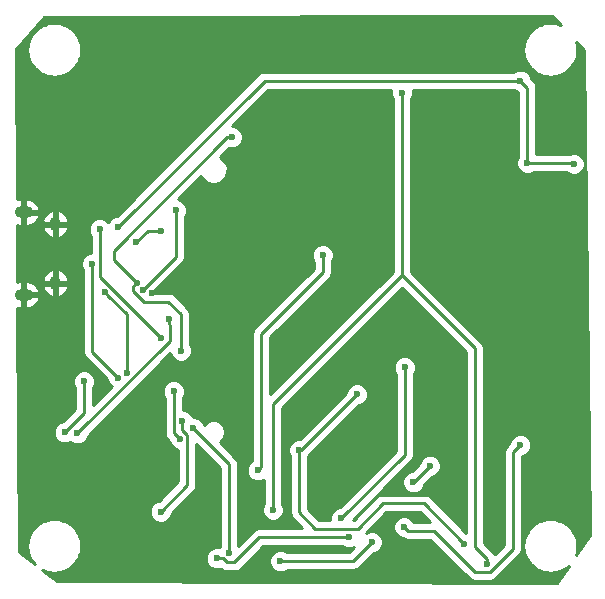
<source format=gbl>
G04 #@! TF.GenerationSoftware,KiCad,Pcbnew,no-vcs-found-7722~57~ubuntu16.04.1*
G04 #@! TF.CreationDate,2017-02-25T15:22:01+01:00*
G04 #@! TF.ProjectId,GhostESP32,47686F737445535033322E6B69636164,rev?*
G04 #@! TF.FileFunction,Copper,L2,Bot,Signal*
G04 #@! TF.FilePolarity,Positive*
%FSLAX46Y46*%
G04 Gerber Fmt 4.6, Leading zero omitted, Abs format (unit mm)*
G04 Created by KiCad (PCBNEW no-vcs-found-7722~57~ubuntu16.04.1) date Sat Feb 25 15:22:01 2017*
%MOMM*%
%LPD*%
G01*
G04 APERTURE LIST*
%ADD10C,0.100000*%
%ADD11O,0.950000X1.250000*%
%ADD12O,1.550000X1.000000*%
%ADD13C,0.600000*%
%ADD14C,0.250000*%
%ADD15C,0.254000*%
G04 APERTURE END LIST*
D10*
D11*
X127308600Y-87365200D03*
X127308600Y-92365200D03*
D12*
X124608600Y-86365200D03*
X124608600Y-93365200D03*
D13*
X137932330Y-98088115D03*
X134178045Y-92318660D03*
X142252700Y-80022700D03*
X137591800Y-92722700D03*
X135445500Y-93218000D03*
X166255700Y-77101700D03*
X170053000Y-75425300D03*
X163817300Y-116116100D03*
X134701662Y-92923510D03*
X145737191Y-111558590D03*
X156654500Y-76263500D03*
X128092200Y-105003600D03*
X129730500Y-100685600D03*
X137477500Y-86207600D03*
X132638800Y-87604600D03*
X166674800Y-75234800D03*
X171220191Y-82277824D03*
X167271700Y-82181700D03*
X130423750Y-90728800D03*
X132626100Y-100368100D03*
X131476761Y-93122739D03*
X133323487Y-99976091D03*
X136906000Y-95415100D03*
X129171700Y-105079800D03*
X151520990Y-112255499D03*
X156870400Y-99504500D03*
X147924520Y-106502200D03*
X161925000Y-114427000D03*
X152831800Y-101791800D03*
X134134248Y-88922248D03*
X136271000Y-87934800D03*
X137850880Y-105565102D03*
X137307320Y-101544120D03*
X136271000Y-97033080D03*
X131048760Y-87817960D03*
X138977464Y-104657670D03*
X146354800Y-115912900D03*
X154101800Y-114300000D03*
X141998700Y-115227100D03*
X166674800Y-106070400D03*
X156819600Y-113030000D03*
X152146000Y-113893600D03*
X140970000Y-115671600D03*
X157610799Y-109228901D03*
X159015345Y-107840179D03*
X149936200Y-89979500D03*
X144437100Y-108216700D03*
X138051254Y-104047065D03*
X136220200Y-111721900D03*
D14*
X134799653Y-93939566D02*
X136850770Y-93939566D01*
X133878046Y-93017959D02*
X134799653Y-93939566D01*
X133878046Y-92618659D02*
X133878046Y-93017959D01*
X134178045Y-92318660D02*
X133878046Y-92618659D01*
X137932330Y-97663851D02*
X137932330Y-98088115D01*
X137932330Y-95021126D02*
X137932330Y-97663851D01*
X136850770Y-93939566D02*
X137932330Y-95021126D01*
X132241084Y-89610052D02*
X132241084Y-90381699D01*
X132241084Y-90381699D02*
X134178045Y-92318660D01*
X141828436Y-80022700D02*
X132241084Y-89610052D01*
X142252700Y-80022700D02*
X141828436Y-80022700D01*
X135445500Y-93218000D02*
X135745499Y-92918001D01*
X135745499Y-92918001D02*
X137863301Y-92918001D01*
X166255700Y-77101700D02*
X166370000Y-77216000D01*
X166370000Y-77216000D02*
X166370000Y-77381100D01*
X162826700Y-114701236D02*
X162826700Y-97878900D01*
X162826700Y-97878900D02*
X156654500Y-91706700D01*
X163817300Y-116116100D02*
X163817300Y-115691836D01*
X163817300Y-115691836D02*
X162826700Y-114701236D01*
X137477500Y-90147672D02*
X134701662Y-92923510D01*
X137477500Y-86207600D02*
X137477500Y-90147672D01*
X156654500Y-76263500D02*
X156654500Y-91706700D01*
X145737191Y-102624009D02*
X145737191Y-111558590D01*
X156654500Y-91706700D02*
X145737191Y-102624009D01*
X129730500Y-100685600D02*
X129730500Y-103365300D01*
X129730500Y-103365300D02*
X128092200Y-105003600D01*
X132638800Y-87604600D02*
X145008600Y-75234800D01*
X145008600Y-75234800D02*
X166674800Y-75234800D01*
X167271700Y-75831700D02*
X166674800Y-75234800D01*
X167271700Y-82181700D02*
X167271700Y-75831700D01*
X171124067Y-82181700D02*
X171220191Y-82277824D01*
X167271700Y-82181700D02*
X171124067Y-82181700D01*
X130423750Y-91153064D02*
X130423750Y-90728800D01*
X132626100Y-100368100D02*
X130423750Y-98165750D01*
X130423750Y-98165750D02*
X130423750Y-91153064D01*
X131776760Y-93422738D02*
X131476761Y-93122739D01*
X133323487Y-94969465D02*
X131776760Y-93422738D01*
X133323487Y-99976091D02*
X133323487Y-94969465D01*
X129171700Y-105079800D02*
X136972202Y-97279298D01*
X136972202Y-97279298D02*
X136972202Y-95905566D01*
X136906000Y-95839364D02*
X136906000Y-95415100D01*
X136972202Y-95905566D02*
X136906000Y-95839364D01*
X156870400Y-106906089D02*
X151520990Y-112255499D01*
X156870400Y-99504500D02*
X156870400Y-106906089D01*
X148121400Y-106502200D02*
X147924520Y-106502200D01*
X147924520Y-111785400D02*
X147924520Y-106926464D01*
X152831800Y-101791800D02*
X148121400Y-106502200D01*
X147924520Y-106926464D02*
X147924520Y-106502200D01*
X152882600Y-113151920D02*
X149291040Y-113151920D01*
X149291040Y-113151920D02*
X147924520Y-111785400D01*
X158526480Y-111028480D02*
X155006040Y-111028480D01*
X161925000Y-114427000D02*
X158526480Y-111028480D01*
X155006040Y-111028480D02*
X152882600Y-113151920D01*
X135121696Y-87934800D02*
X134134248Y-88922248D01*
X136271000Y-87934800D02*
X135121696Y-87934800D01*
X137307320Y-101544120D02*
X137307320Y-105021542D01*
X137307320Y-105021542D02*
X137850880Y-105565102D01*
X131048760Y-91810840D02*
X136271000Y-97033080D01*
X131048760Y-87817960D02*
X131048760Y-91810840D01*
X139277463Y-104957669D02*
X138977464Y-104657670D01*
X141998700Y-115227100D02*
X141998700Y-107678906D01*
X141998700Y-107678906D02*
X139277463Y-104957669D01*
X154101800Y-114300000D02*
X152488900Y-115912900D01*
X152488900Y-115912900D02*
X146354800Y-115912900D01*
X166052500Y-114846100D02*
X166052500Y-106692700D01*
X166052500Y-106692700D02*
X166674800Y-106070400D01*
X164058600Y-116840000D02*
X166052500Y-114846100D01*
X162839400Y-116840000D02*
X164058600Y-116840000D01*
X159329399Y-113329999D02*
X162839400Y-116840000D01*
X156819600Y-113030000D02*
X157119599Y-113329999D01*
X157119599Y-113329999D02*
X159329399Y-113329999D01*
X140970000Y-115671600D02*
X141518198Y-115671600D01*
X141518198Y-115671600D02*
X141848548Y-116001950D01*
X141848548Y-116001950D02*
X142448550Y-116001950D01*
X142448550Y-116001950D02*
X144556900Y-113893600D01*
X144556900Y-113893600D02*
X152146000Y-113893600D01*
X157626623Y-109228901D02*
X157610799Y-109228901D01*
X159015345Y-107840179D02*
X157626623Y-109228901D01*
X144737099Y-96651801D02*
X149936200Y-91452700D01*
X149936200Y-91452700D02*
X149936200Y-89979500D01*
X144437100Y-108216700D02*
X144737099Y-107916701D01*
X144737099Y-107916701D02*
X144737099Y-96651801D01*
X138051254Y-104471329D02*
X138051254Y-104047065D01*
X138475882Y-105265100D02*
X138051254Y-104840472D01*
X138475882Y-109466218D02*
X138475882Y-105265100D01*
X136220200Y-111721900D02*
X138475882Y-109466218D01*
X138051254Y-104840472D02*
X138051254Y-104471329D01*
D15*
G36*
X170075369Y-70507799D02*
X170020315Y-70478387D01*
X169720116Y-70387387D01*
X169653106Y-70380800D01*
X169588673Y-70361241D01*
X169276573Y-70330441D01*
X169209300Y-70337054D01*
X169142027Y-70330441D01*
X168829927Y-70361241D01*
X168765494Y-70380800D01*
X168698484Y-70387387D01*
X168398284Y-70478387D01*
X168338675Y-70510234D01*
X168274001Y-70529863D01*
X167997401Y-70677763D01*
X167945370Y-70720477D01*
X167885990Y-70752195D01*
X167643490Y-70951095D01*
X167600606Y-71003320D01*
X167548372Y-71046190D01*
X167349372Y-71288690D01*
X167317556Y-71348218D01*
X167274742Y-71400401D01*
X167126942Y-71677001D01*
X167107389Y-71741490D01*
X167075617Y-71800915D01*
X166984517Y-72101114D01*
X166977889Y-72168334D01*
X166958290Y-72232973D01*
X166927590Y-72545073D01*
X166934203Y-72612130D01*
X166927590Y-72679187D01*
X166958290Y-72991287D01*
X166977889Y-73055926D01*
X166984517Y-73123146D01*
X167075617Y-73423345D01*
X167107389Y-73482770D01*
X167126942Y-73547259D01*
X167274742Y-73823859D01*
X167317556Y-73876042D01*
X167349372Y-73935570D01*
X167548372Y-74178070D01*
X167600542Y-74220888D01*
X167643360Y-74273058D01*
X167885859Y-74472058D01*
X167945389Y-74503875D01*
X167997571Y-74546688D01*
X168274171Y-74694488D01*
X168338658Y-74714041D01*
X168398084Y-74745813D01*
X168698284Y-74836913D01*
X168765504Y-74843541D01*
X168830143Y-74863140D01*
X169142243Y-74893840D01*
X169209300Y-74887227D01*
X169276357Y-74893840D01*
X169588457Y-74863140D01*
X169653096Y-74843541D01*
X169720316Y-74836913D01*
X170020515Y-74745813D01*
X170079940Y-74714041D01*
X170144429Y-74694488D01*
X170421029Y-74546688D01*
X170473212Y-74503874D01*
X170532740Y-74472058D01*
X170775240Y-74273058D01*
X170818110Y-74220824D01*
X170870335Y-74177940D01*
X171069235Y-73935440D01*
X171100953Y-73876060D01*
X171143667Y-73824029D01*
X171291567Y-73547429D01*
X171311196Y-73482755D01*
X171343043Y-73423146D01*
X171434043Y-73122946D01*
X171440630Y-73055936D01*
X171460189Y-72991503D01*
X171490989Y-72679403D01*
X171484376Y-72612130D01*
X171490989Y-72544857D01*
X171460189Y-72232757D01*
X171440630Y-72168324D01*
X171434043Y-72101314D01*
X171378925Y-71919484D01*
X172047482Y-72643498D01*
X172524300Y-113273460D01*
X172524300Y-113684429D01*
X171339242Y-115430273D01*
X171343034Y-115423176D01*
X171434034Y-115123026D01*
X171440626Y-115055996D01*
X171460190Y-114991543D01*
X171490990Y-114679393D01*
X171484377Y-114612125D01*
X171490989Y-114544863D01*
X171460189Y-114232733D01*
X171440627Y-114168287D01*
X171434036Y-114101260D01*
X171343036Y-113801100D01*
X171311195Y-113741507D01*
X171291572Y-113676850D01*
X171143672Y-113400240D01*
X171100938Y-113348183D01*
X171069200Y-113288777D01*
X170870300Y-113046317D01*
X170818081Y-113003444D01*
X170775215Y-112951221D01*
X170532714Y-112752241D01*
X170473249Y-112720463D01*
X170421131Y-112677687D01*
X170144531Y-112529827D01*
X170079933Y-112510229D01*
X170020396Y-112478411D01*
X169720196Y-112387371D01*
X169653090Y-112380767D01*
X169588565Y-112361191D01*
X169276465Y-112330441D01*
X169209300Y-112337054D01*
X169142135Y-112330441D01*
X168830035Y-112361191D01*
X168765510Y-112380767D01*
X168698404Y-112387371D01*
X168398204Y-112478411D01*
X168338667Y-112510229D01*
X168274069Y-112529827D01*
X167997469Y-112677687D01*
X167945351Y-112720463D01*
X167885886Y-112752241D01*
X167643386Y-112951221D01*
X167600574Y-113003379D01*
X167548407Y-113046187D01*
X167349407Y-113288647D01*
X167317570Y-113348204D01*
X167274738Y-113400410D01*
X167126938Y-113677020D01*
X167107391Y-113741490D01*
X167075625Y-113800900D01*
X166984525Y-114101060D01*
X166977893Y-114168293D01*
X166958289Y-114232950D01*
X166927589Y-114545079D01*
X166934202Y-114612129D01*
X166927589Y-114679176D01*
X166958289Y-114991326D01*
X166977894Y-115055988D01*
X166984527Y-115123226D01*
X167075627Y-115423376D01*
X167107389Y-115482777D01*
X167126933Y-115547241D01*
X167274733Y-115823861D01*
X167317568Y-115876072D01*
X167349407Y-115935633D01*
X167548407Y-116178093D01*
X167600580Y-116220906D01*
X167643399Y-116273070D01*
X167885899Y-116472040D01*
X167945358Y-116503813D01*
X167997469Y-116546583D01*
X168274069Y-116694443D01*
X168338657Y-116714038D01*
X168398184Y-116745853D01*
X168698384Y-116836903D01*
X168765500Y-116843510D01*
X168830035Y-116863089D01*
X169142135Y-116893839D01*
X169209300Y-116887226D01*
X169276465Y-116893839D01*
X169588565Y-116863089D01*
X169653100Y-116843510D01*
X169720216Y-116836903D01*
X170020416Y-116745853D01*
X170079943Y-116714038D01*
X170144531Y-116694443D01*
X170421131Y-116546583D01*
X170473242Y-116503813D01*
X170532701Y-116472040D01*
X170757056Y-116287958D01*
X169744631Y-117779477D01*
X127448443Y-117576800D01*
X126194862Y-116652105D01*
X126274087Y-116694453D01*
X126338651Y-116714039D01*
X126398154Y-116745844D01*
X126698304Y-116836894D01*
X126765437Y-116843506D01*
X126829991Y-116863090D01*
X127142121Y-116893840D01*
X127209280Y-116887227D01*
X127276435Y-116893840D01*
X127588585Y-116863090D01*
X127653135Y-116843508D01*
X127720270Y-116836896D01*
X128020430Y-116745846D01*
X128079941Y-116714037D01*
X128144512Y-116694448D01*
X128421122Y-116546588D01*
X128473259Y-116503798D01*
X128532744Y-116472005D01*
X128775204Y-116273035D01*
X128818014Y-116220874D01*
X128870174Y-116178067D01*
X129069154Y-115935607D01*
X129100955Y-115876112D01*
X129143753Y-115823963D01*
X129291613Y-115547343D01*
X129311202Y-115482769D01*
X129343010Y-115423256D01*
X129434050Y-115123106D01*
X129440659Y-115055980D01*
X129460240Y-114991435D01*
X129490990Y-114679284D01*
X129484377Y-114612130D01*
X129490990Y-114544971D01*
X129460240Y-114232841D01*
X129440660Y-114168301D01*
X129434052Y-114101180D01*
X129343012Y-113801020D01*
X129311200Y-113741499D01*
X129291608Y-113676918D01*
X129143748Y-113400308D01*
X129100952Y-113348164D01*
X129069154Y-113288673D01*
X128870174Y-113046213D01*
X128818019Y-113003411D01*
X128775217Y-112951256D01*
X128532757Y-112752276D01*
X128473266Y-112720478D01*
X128421122Y-112677682D01*
X128144512Y-112529822D01*
X128079931Y-112510230D01*
X128020410Y-112478418D01*
X127720250Y-112387378D01*
X127653130Y-112380770D01*
X127588589Y-112361190D01*
X127276459Y-112330440D01*
X127209300Y-112337053D01*
X127142146Y-112330440D01*
X126829995Y-112361190D01*
X126765450Y-112380771D01*
X126698324Y-112387380D01*
X126398174Y-112478420D01*
X126338661Y-112510228D01*
X126274087Y-112529817D01*
X125997467Y-112677677D01*
X125945318Y-112720475D01*
X125885823Y-112752276D01*
X125643363Y-112951256D01*
X125600556Y-113003416D01*
X125548395Y-113046226D01*
X125349425Y-113288686D01*
X125317632Y-113348171D01*
X125274842Y-113400308D01*
X125126982Y-113676918D01*
X125107393Y-113741489D01*
X125075584Y-113801000D01*
X124984534Y-114101160D01*
X124977923Y-114168291D01*
X124958340Y-114232841D01*
X124927590Y-114544971D01*
X124934203Y-114612130D01*
X124927590Y-114679285D01*
X124958340Y-114991435D01*
X124977924Y-115055990D01*
X124984536Y-115123126D01*
X125075586Y-115423276D01*
X125107391Y-115482779D01*
X125126977Y-115547343D01*
X125274837Y-115823963D01*
X125317630Y-115876105D01*
X125349425Y-115935594D01*
X125542552Y-116170933D01*
X124192976Y-115175429D01*
X124142524Y-105188767D01*
X127157038Y-105188767D01*
X127299083Y-105532543D01*
X127561873Y-105795792D01*
X127905401Y-105938438D01*
X128277367Y-105938762D01*
X128582265Y-105812781D01*
X128641373Y-105871992D01*
X128984901Y-106014638D01*
X129356867Y-106014962D01*
X129700643Y-105872917D01*
X129963892Y-105610127D01*
X130106538Y-105266599D01*
X130106579Y-105219723D01*
X137013498Y-98312804D01*
X137139213Y-98617058D01*
X137402003Y-98880307D01*
X137745531Y-99022953D01*
X138117497Y-99023277D01*
X138461273Y-98881232D01*
X138724522Y-98618442D01*
X138867168Y-98274914D01*
X138867492Y-97902948D01*
X138725447Y-97559172D01*
X138692330Y-97525997D01*
X138692330Y-95021126D01*
X138634478Y-94730287D01*
X138469731Y-94483725D01*
X137388171Y-93402165D01*
X137141609Y-93237418D01*
X136850770Y-93179566D01*
X135607742Y-93179566D01*
X135636500Y-93110309D01*
X135636541Y-93063433D01*
X138014901Y-90685073D01*
X138179648Y-90438511D01*
X138237500Y-90147672D01*
X138237500Y-86770063D01*
X138269692Y-86737927D01*
X138412338Y-86394399D01*
X138412662Y-86022433D01*
X138270617Y-85678657D01*
X138007827Y-85415408D01*
X137664299Y-85272762D01*
X137653186Y-85272752D01*
X139623540Y-83302398D01*
X139684020Y-83448772D01*
X140017075Y-83782409D01*
X140452455Y-83963194D01*
X140923877Y-83963606D01*
X141359572Y-83783580D01*
X141693209Y-83450525D01*
X141873994Y-83015145D01*
X141874406Y-82543723D01*
X141694380Y-82108028D01*
X141361325Y-81774391D01*
X141213097Y-81712841D01*
X141997007Y-80928931D01*
X142065901Y-80957538D01*
X142437867Y-80957862D01*
X142781643Y-80815817D01*
X143044892Y-80553027D01*
X143187538Y-80209499D01*
X143187862Y-79837533D01*
X143045817Y-79493757D01*
X142783027Y-79230508D01*
X142439499Y-79087862D01*
X142230522Y-79087680D01*
X145323402Y-75994800D01*
X155753670Y-75994800D01*
X155719662Y-76076701D01*
X155719338Y-76448667D01*
X155861383Y-76792443D01*
X155894500Y-76825618D01*
X155894500Y-91391898D01*
X145497099Y-101789299D01*
X145497099Y-96966603D01*
X150473601Y-91990101D01*
X150638348Y-91743539D01*
X150696200Y-91452700D01*
X150696200Y-90541963D01*
X150728392Y-90509827D01*
X150871038Y-90166299D01*
X150871362Y-89794333D01*
X150729317Y-89450557D01*
X150466527Y-89187308D01*
X150122999Y-89044662D01*
X149751033Y-89044338D01*
X149407257Y-89186383D01*
X149144008Y-89449173D01*
X149001362Y-89792701D01*
X149001038Y-90164667D01*
X149143083Y-90508443D01*
X149176200Y-90541618D01*
X149176200Y-91137898D01*
X144199698Y-96114400D01*
X144034951Y-96360962D01*
X143977099Y-96651801D01*
X143977099Y-107395097D01*
X143908157Y-107423583D01*
X143644908Y-107686373D01*
X143502262Y-108029901D01*
X143501938Y-108401867D01*
X143643983Y-108745643D01*
X143906773Y-109008892D01*
X144250301Y-109151538D01*
X144622267Y-109151862D01*
X144966043Y-109009817D01*
X144977191Y-108998688D01*
X144977191Y-110996127D01*
X144944999Y-111028263D01*
X144802353Y-111371791D01*
X144802029Y-111743757D01*
X144944074Y-112087533D01*
X145206864Y-112350782D01*
X145550392Y-112493428D01*
X145922358Y-112493752D01*
X146266134Y-112351707D01*
X146529383Y-112088917D01*
X146672029Y-111745389D01*
X146672353Y-111373423D01*
X146530308Y-111029647D01*
X146497191Y-110996472D01*
X146497191Y-102938811D01*
X156654500Y-92781502D01*
X162066700Y-98193702D01*
X162066700Y-113492123D01*
X162064923Y-113492121D01*
X159063881Y-110491079D01*
X158817319Y-110326332D01*
X158526480Y-110268480D01*
X155006040Y-110268480D01*
X154715201Y-110326332D01*
X154468639Y-110491079D01*
X152567798Y-112391920D01*
X152459371Y-112391920D01*
X155437223Y-109414068D01*
X156675637Y-109414068D01*
X156817682Y-109757844D01*
X157080472Y-110021093D01*
X157424000Y-110163739D01*
X157795966Y-110164063D01*
X158139742Y-110022018D01*
X158402991Y-109759228D01*
X158545637Y-109415700D01*
X158545664Y-109384662D01*
X159155025Y-108775301D01*
X159200512Y-108775341D01*
X159544288Y-108633296D01*
X159807537Y-108370506D01*
X159950183Y-108026978D01*
X159950507Y-107655012D01*
X159808462Y-107311236D01*
X159545672Y-107047987D01*
X159202144Y-106905341D01*
X158830178Y-106905017D01*
X158486402Y-107047062D01*
X158223153Y-107309852D01*
X158080507Y-107653380D01*
X158080466Y-107700256D01*
X157486930Y-108293792D01*
X157425632Y-108293739D01*
X157081856Y-108435784D01*
X156818607Y-108698574D01*
X156675961Y-109042102D01*
X156675637Y-109414068D01*
X155437223Y-109414068D01*
X157407801Y-107443490D01*
X157572548Y-107196929D01*
X157630400Y-106906089D01*
X157630400Y-100066963D01*
X157662592Y-100034827D01*
X157805238Y-99691299D01*
X157805562Y-99319333D01*
X157663517Y-98975557D01*
X157400727Y-98712308D01*
X157057199Y-98569662D01*
X156685233Y-98569338D01*
X156341457Y-98711383D01*
X156078208Y-98974173D01*
X155935562Y-99317701D01*
X155935238Y-99689667D01*
X156077283Y-100033443D01*
X156110400Y-100066618D01*
X156110400Y-106591287D01*
X151381310Y-111320377D01*
X151335823Y-111320337D01*
X150992047Y-111462382D01*
X150728798Y-111725172D01*
X150586152Y-112068700D01*
X150585870Y-112391920D01*
X149605842Y-112391920D01*
X148684520Y-111470598D01*
X148684520Y-107064663D01*
X148716712Y-107032527D01*
X148752811Y-106945591D01*
X152971480Y-102726922D01*
X153016967Y-102726962D01*
X153360743Y-102584917D01*
X153623992Y-102322127D01*
X153766638Y-101978599D01*
X153766962Y-101606633D01*
X153624917Y-101262857D01*
X153362127Y-100999608D01*
X153018599Y-100856962D01*
X152646633Y-100856638D01*
X152302857Y-100998683D01*
X152039608Y-101261473D01*
X151896962Y-101605001D01*
X151896921Y-101651877D01*
X147981549Y-105567249D01*
X147739353Y-105567038D01*
X147395577Y-105709083D01*
X147132328Y-105971873D01*
X146989682Y-106315401D01*
X146989358Y-106687367D01*
X147131403Y-107031143D01*
X147164520Y-107064318D01*
X147164520Y-111785400D01*
X147222372Y-112076239D01*
X147387119Y-112322801D01*
X148197918Y-113133600D01*
X144556900Y-113133600D01*
X144266061Y-113191452D01*
X144019499Y-113356199D01*
X142758700Y-114616998D01*
X142758700Y-107678906D01*
X142744643Y-107608237D01*
X142700848Y-107388066D01*
X142536101Y-107141505D01*
X141219607Y-105825011D01*
X141246429Y-105813929D01*
X141523755Y-105537086D01*
X141674028Y-105175188D01*
X141674370Y-104783331D01*
X141524729Y-104421171D01*
X141247886Y-104143845D01*
X140885988Y-103993572D01*
X140494131Y-103993230D01*
X140131971Y-104142871D01*
X139880252Y-104394152D01*
X139770581Y-104128727D01*
X139507791Y-103865478D01*
X139164263Y-103722832D01*
X138928871Y-103722627D01*
X138844371Y-103518122D01*
X138581581Y-103254873D01*
X138238053Y-103112227D01*
X138067320Y-103112078D01*
X138067320Y-102106583D01*
X138099512Y-102074447D01*
X138242158Y-101730919D01*
X138242482Y-101358953D01*
X138100437Y-101015177D01*
X137837647Y-100751928D01*
X137494119Y-100609282D01*
X137122153Y-100608958D01*
X136778377Y-100751003D01*
X136515128Y-101013793D01*
X136372482Y-101357321D01*
X136372158Y-101729287D01*
X136514203Y-102073063D01*
X136547320Y-102106238D01*
X136547320Y-105021542D01*
X136605172Y-105312381D01*
X136769919Y-105558943D01*
X136915758Y-105704782D01*
X136915718Y-105750269D01*
X137057763Y-106094045D01*
X137320553Y-106357294D01*
X137664081Y-106499940D01*
X137715882Y-106499985D01*
X137715882Y-109151416D01*
X136080520Y-110786778D01*
X136035033Y-110786738D01*
X135691257Y-110928783D01*
X135428008Y-111191573D01*
X135285362Y-111535101D01*
X135285038Y-111907067D01*
X135427083Y-112250843D01*
X135689873Y-112514092D01*
X136033401Y-112656738D01*
X136405367Y-112657062D01*
X136749143Y-112515017D01*
X137012392Y-112252227D01*
X137155038Y-111908699D01*
X137155079Y-111861823D01*
X139013283Y-110003619D01*
X139178030Y-109757057D01*
X139235882Y-109466218D01*
X139235882Y-105990890D01*
X141238700Y-107993708D01*
X141238700Y-114664637D01*
X141206508Y-114696773D01*
X141185035Y-114748486D01*
X141156799Y-114736762D01*
X140784833Y-114736438D01*
X140441057Y-114878483D01*
X140177808Y-115141273D01*
X140035162Y-115484801D01*
X140034838Y-115856767D01*
X140176883Y-116200543D01*
X140439673Y-116463792D01*
X140783201Y-116606438D01*
X141155167Y-116606762D01*
X141313886Y-116541181D01*
X141557708Y-116704098D01*
X141567356Y-116706017D01*
X141848548Y-116761950D01*
X142448550Y-116761950D01*
X142739389Y-116704098D01*
X142985951Y-116539351D01*
X144871702Y-114653600D01*
X151583537Y-114653600D01*
X151615673Y-114685792D01*
X151959201Y-114828438D01*
X152331167Y-114828762D01*
X152615874Y-114711124D01*
X152174098Y-115152900D01*
X146917263Y-115152900D01*
X146885127Y-115120708D01*
X146541599Y-114978062D01*
X146169633Y-114977738D01*
X145825857Y-115119783D01*
X145562608Y-115382573D01*
X145419962Y-115726101D01*
X145419638Y-116098067D01*
X145561683Y-116441843D01*
X145824473Y-116705092D01*
X146168001Y-116847738D01*
X146539967Y-116848062D01*
X146883743Y-116706017D01*
X146916918Y-116672900D01*
X152488900Y-116672900D01*
X152779739Y-116615048D01*
X153026301Y-116450301D01*
X154241480Y-115235122D01*
X154286967Y-115235162D01*
X154630743Y-115093117D01*
X154893992Y-114830327D01*
X155036638Y-114486799D01*
X155036962Y-114114833D01*
X154894917Y-113771057D01*
X154632127Y-113507808D01*
X154288599Y-113365162D01*
X153916633Y-113364838D01*
X153623269Y-113486053D01*
X155320842Y-111788480D01*
X158211678Y-111788480D01*
X158993197Y-112569999D01*
X157641203Y-112569999D01*
X157612717Y-112501057D01*
X157349927Y-112237808D01*
X157006399Y-112095162D01*
X156634433Y-112094838D01*
X156290657Y-112236883D01*
X156027408Y-112499673D01*
X155884762Y-112843201D01*
X155884438Y-113215167D01*
X156026483Y-113558943D01*
X156289273Y-113822192D01*
X156632801Y-113964838D01*
X156728149Y-113964921D01*
X156828760Y-114032147D01*
X157119599Y-114089999D01*
X159014597Y-114089999D01*
X162301999Y-117377401D01*
X162548561Y-117542148D01*
X162839400Y-117600000D01*
X164058600Y-117600000D01*
X164349439Y-117542148D01*
X164596001Y-117377401D01*
X166589901Y-115383501D01*
X166754648Y-115136940D01*
X166772586Y-115046760D01*
X166812500Y-114846100D01*
X166812500Y-107007502D01*
X166814480Y-107005522D01*
X166859967Y-107005562D01*
X167203743Y-106863517D01*
X167466992Y-106600727D01*
X167609638Y-106257199D01*
X167609962Y-105885233D01*
X167467917Y-105541457D01*
X167205127Y-105278208D01*
X166861599Y-105135562D01*
X166489633Y-105135238D01*
X166145857Y-105277283D01*
X165882608Y-105540073D01*
X165739962Y-105883601D01*
X165739921Y-105930477D01*
X165515099Y-106155299D01*
X165350352Y-106401861D01*
X165292500Y-106692700D01*
X165292500Y-114531298D01*
X164480737Y-115343061D01*
X164354701Y-115154435D01*
X163586700Y-114386434D01*
X163586700Y-97878900D01*
X163528848Y-97588061D01*
X163364101Y-97341499D01*
X157414500Y-91391898D01*
X157414500Y-76825963D01*
X157446692Y-76793827D01*
X157589338Y-76450299D01*
X157589662Y-76078333D01*
X157555147Y-75994800D01*
X166112337Y-75994800D01*
X166144473Y-76026992D01*
X166488001Y-76169638D01*
X166511700Y-76169659D01*
X166511700Y-81619237D01*
X166479508Y-81651373D01*
X166336862Y-81994901D01*
X166336538Y-82366867D01*
X166478583Y-82710643D01*
X166741373Y-82973892D01*
X167084901Y-83116538D01*
X167456867Y-83116862D01*
X167800643Y-82974817D01*
X167833818Y-82941700D01*
X170561772Y-82941700D01*
X170689864Y-83070016D01*
X171033392Y-83212662D01*
X171405358Y-83212986D01*
X171749134Y-83070941D01*
X172012383Y-82808151D01*
X172155029Y-82464623D01*
X172155353Y-82092657D01*
X172013308Y-81748881D01*
X171750518Y-81485632D01*
X171406990Y-81342986D01*
X171035024Y-81342662D01*
X170843737Y-81421700D01*
X168031700Y-81421700D01*
X168031700Y-75831700D01*
X167973848Y-75540861D01*
X167809101Y-75294299D01*
X167609922Y-75095120D01*
X167609962Y-75049633D01*
X167467917Y-74705857D01*
X167205127Y-74442608D01*
X166861599Y-74299962D01*
X166489633Y-74299638D01*
X166145857Y-74441683D01*
X166112682Y-74474800D01*
X145008600Y-74474800D01*
X144717761Y-74532652D01*
X144471199Y-74697399D01*
X132499120Y-86669478D01*
X132453633Y-86669438D01*
X132109857Y-86811483D01*
X131846608Y-87074273D01*
X131782243Y-87229279D01*
X131579087Y-87025768D01*
X131235559Y-86883122D01*
X130863593Y-86882798D01*
X130519817Y-87024843D01*
X130256568Y-87287633D01*
X130113922Y-87631161D01*
X130113598Y-88003127D01*
X130255643Y-88346903D01*
X130288760Y-88380078D01*
X130288760Y-89793682D01*
X130238583Y-89793638D01*
X129894807Y-89935683D01*
X129631558Y-90198473D01*
X129488912Y-90542001D01*
X129488588Y-90913967D01*
X129630633Y-91257743D01*
X129663750Y-91290918D01*
X129663750Y-98165750D01*
X129721602Y-98456589D01*
X129886349Y-98703151D01*
X131690978Y-100507780D01*
X131690938Y-100553267D01*
X131832983Y-100897043D01*
X132056124Y-101120574D01*
X130490500Y-102686198D01*
X130490500Y-101248063D01*
X130522692Y-101215927D01*
X130665338Y-100872399D01*
X130665662Y-100500433D01*
X130523617Y-100156657D01*
X130260827Y-99893408D01*
X129917299Y-99750762D01*
X129545333Y-99750438D01*
X129201557Y-99892483D01*
X128938308Y-100155273D01*
X128795662Y-100498801D01*
X128795338Y-100870767D01*
X128937383Y-101214543D01*
X128970500Y-101247718D01*
X128970500Y-103050498D01*
X127952520Y-104068478D01*
X127907033Y-104068438D01*
X127563257Y-104210483D01*
X127300008Y-104473273D01*
X127157362Y-104816801D01*
X127157038Y-105188767D01*
X124142524Y-105188767D01*
X124088335Y-94462606D01*
X124206600Y-94500200D01*
X124481600Y-94500200D01*
X124481600Y-93492200D01*
X124735600Y-93492200D01*
X124735600Y-94500200D01*
X125010600Y-94500200D01*
X125435278Y-94365202D01*
X125775968Y-94077963D01*
X125977719Y-93667074D01*
X125851554Y-93492200D01*
X124735600Y-93492200D01*
X124481600Y-93492200D01*
X124461600Y-93492200D01*
X124461600Y-93238200D01*
X124481600Y-93238200D01*
X124481600Y-92230200D01*
X124735600Y-92230200D01*
X124735600Y-93238200D01*
X125851554Y-93238200D01*
X125977719Y-93063326D01*
X125782791Y-92666331D01*
X126207371Y-92666331D01*
X126349032Y-93076249D01*
X126636779Y-93400752D01*
X127010662Y-93584468D01*
X127181600Y-93457934D01*
X127181600Y-92492200D01*
X127435600Y-92492200D01*
X127435600Y-93457934D01*
X127606538Y-93584468D01*
X127980421Y-93400752D01*
X128268168Y-93076249D01*
X128409829Y-92666331D01*
X128261163Y-92492200D01*
X127435600Y-92492200D01*
X127181600Y-92492200D01*
X126356037Y-92492200D01*
X126207371Y-92666331D01*
X125782791Y-92666331D01*
X125775968Y-92652437D01*
X125435278Y-92365198D01*
X125010600Y-92230200D01*
X124735600Y-92230200D01*
X124481600Y-92230200D01*
X124206600Y-92230200D01*
X124077265Y-92271314D01*
X124076218Y-92064069D01*
X126207371Y-92064069D01*
X126356037Y-92238200D01*
X127181600Y-92238200D01*
X127181600Y-91272466D01*
X127435600Y-91272466D01*
X127435600Y-92238200D01*
X128261163Y-92238200D01*
X128409829Y-92064069D01*
X128268168Y-91654151D01*
X127980421Y-91329648D01*
X127606538Y-91145932D01*
X127435600Y-91272466D01*
X127181600Y-91272466D01*
X127010662Y-91145932D01*
X126636779Y-91329648D01*
X126349032Y-91654151D01*
X126207371Y-92064069D01*
X124076218Y-92064069D01*
X124054001Y-87666331D01*
X126207371Y-87666331D01*
X126349032Y-88076249D01*
X126636779Y-88400752D01*
X127010662Y-88584468D01*
X127181600Y-88457934D01*
X127181600Y-87492200D01*
X127435600Y-87492200D01*
X127435600Y-88457934D01*
X127606538Y-88584468D01*
X127980421Y-88400752D01*
X128268168Y-88076249D01*
X128409829Y-87666331D01*
X128261163Y-87492200D01*
X127435600Y-87492200D01*
X127181600Y-87492200D01*
X126356037Y-87492200D01*
X126207371Y-87666331D01*
X124054001Y-87666331D01*
X124052914Y-87451346D01*
X124206600Y-87500200D01*
X124481600Y-87500200D01*
X124481600Y-86492200D01*
X124735600Y-86492200D01*
X124735600Y-87500200D01*
X125010600Y-87500200D01*
X125435278Y-87365202D01*
X125775968Y-87077963D01*
X125782790Y-87064069D01*
X126207371Y-87064069D01*
X126356037Y-87238200D01*
X127181600Y-87238200D01*
X127181600Y-86272466D01*
X127435600Y-86272466D01*
X127435600Y-87238200D01*
X128261163Y-87238200D01*
X128409829Y-87064069D01*
X128268168Y-86654151D01*
X127980421Y-86329648D01*
X127606538Y-86145932D01*
X127435600Y-86272466D01*
X127181600Y-86272466D01*
X127010662Y-86145932D01*
X126636779Y-86329648D01*
X126349032Y-86654151D01*
X126207371Y-87064069D01*
X125782790Y-87064069D01*
X125977719Y-86667074D01*
X125851554Y-86492200D01*
X124735600Y-86492200D01*
X124481600Y-86492200D01*
X124461600Y-86492200D01*
X124461600Y-86238200D01*
X124481600Y-86238200D01*
X124481600Y-85230200D01*
X124735600Y-85230200D01*
X124735600Y-86238200D01*
X125851554Y-86238200D01*
X125977719Y-86063326D01*
X125775968Y-85652437D01*
X125435278Y-85365198D01*
X125010600Y-85230200D01*
X124735600Y-85230200D01*
X124481600Y-85230200D01*
X124206600Y-85230200D01*
X124041957Y-85282537D01*
X123977705Y-72564324D01*
X123994622Y-72544965D01*
X124927591Y-72544965D01*
X124934204Y-72612130D01*
X124927591Y-72679295D01*
X124958341Y-72991395D01*
X124977920Y-73055930D01*
X124984527Y-73123046D01*
X125075577Y-73423246D01*
X125107392Y-73482773D01*
X125126987Y-73547361D01*
X125274847Y-73823961D01*
X125317617Y-73876072D01*
X125349390Y-73935531D01*
X125548360Y-74178031D01*
X125600525Y-74220851D01*
X125643337Y-74273023D01*
X125885797Y-74472022D01*
X125945355Y-74503860D01*
X125997569Y-74546697D01*
X126274190Y-74694498D01*
X126338655Y-74714042D01*
X126398054Y-74745803D01*
X126698204Y-74836904D01*
X126765441Y-74843536D01*
X126830099Y-74863141D01*
X127142229Y-74893840D01*
X127209275Y-74887227D01*
X127276326Y-74893841D01*
X127588476Y-74863141D01*
X127653134Y-74843537D01*
X127720370Y-74836905D01*
X128020530Y-74745805D01*
X128079940Y-74714039D01*
X128144410Y-74694492D01*
X128421020Y-74546692D01*
X128473226Y-74503860D01*
X128532783Y-74472023D01*
X128775243Y-74273023D01*
X128818051Y-74220856D01*
X128870209Y-74178044D01*
X129069189Y-73935544D01*
X129100967Y-73876079D01*
X129143743Y-73823961D01*
X129291603Y-73547361D01*
X129311201Y-73482763D01*
X129343019Y-73423226D01*
X129434059Y-73123026D01*
X129440663Y-73055920D01*
X129460239Y-72991395D01*
X129490989Y-72679295D01*
X129484376Y-72612130D01*
X129490989Y-72544965D01*
X129460239Y-72232865D01*
X129440663Y-72168340D01*
X129434059Y-72101234D01*
X129343019Y-71801034D01*
X129311201Y-71741497D01*
X129291603Y-71676899D01*
X129143743Y-71400299D01*
X129100967Y-71348181D01*
X129069189Y-71288716D01*
X128870209Y-71046216D01*
X128817988Y-71003352D01*
X128775113Y-70951130D01*
X128532653Y-70752230D01*
X128473247Y-70720492D01*
X128421190Y-70677758D01*
X128144580Y-70529858D01*
X128079923Y-70510235D01*
X128020330Y-70478394D01*
X127720170Y-70387394D01*
X127653143Y-70380803D01*
X127588697Y-70361241D01*
X127276567Y-70330441D01*
X127209305Y-70337053D01*
X127142037Y-70330440D01*
X126829887Y-70361240D01*
X126765434Y-70380804D01*
X126698404Y-70387396D01*
X126398254Y-70478396D01*
X126338669Y-70510233D01*
X126274020Y-70529853D01*
X125997399Y-70677753D01*
X125945337Y-70720490D01*
X125885927Y-70752230D01*
X125643467Y-70951130D01*
X125600588Y-71003357D01*
X125548360Y-71046229D01*
X125349390Y-71288729D01*
X125317617Y-71348188D01*
X125274847Y-71400299D01*
X125126987Y-71676899D01*
X125107392Y-71741487D01*
X125075577Y-71801014D01*
X124984527Y-72101214D01*
X124977920Y-72168330D01*
X124958341Y-72232865D01*
X124927591Y-72544965D01*
X123994622Y-72544965D01*
X126371981Y-69824481D01*
X169362515Y-69735815D01*
X170075369Y-70507799D01*
X170075369Y-70507799D01*
G37*
X170075369Y-70507799D02*
X170020315Y-70478387D01*
X169720116Y-70387387D01*
X169653106Y-70380800D01*
X169588673Y-70361241D01*
X169276573Y-70330441D01*
X169209300Y-70337054D01*
X169142027Y-70330441D01*
X168829927Y-70361241D01*
X168765494Y-70380800D01*
X168698484Y-70387387D01*
X168398284Y-70478387D01*
X168338675Y-70510234D01*
X168274001Y-70529863D01*
X167997401Y-70677763D01*
X167945370Y-70720477D01*
X167885990Y-70752195D01*
X167643490Y-70951095D01*
X167600606Y-71003320D01*
X167548372Y-71046190D01*
X167349372Y-71288690D01*
X167317556Y-71348218D01*
X167274742Y-71400401D01*
X167126942Y-71677001D01*
X167107389Y-71741490D01*
X167075617Y-71800915D01*
X166984517Y-72101114D01*
X166977889Y-72168334D01*
X166958290Y-72232973D01*
X166927590Y-72545073D01*
X166934203Y-72612130D01*
X166927590Y-72679187D01*
X166958290Y-72991287D01*
X166977889Y-73055926D01*
X166984517Y-73123146D01*
X167075617Y-73423345D01*
X167107389Y-73482770D01*
X167126942Y-73547259D01*
X167274742Y-73823859D01*
X167317556Y-73876042D01*
X167349372Y-73935570D01*
X167548372Y-74178070D01*
X167600542Y-74220888D01*
X167643360Y-74273058D01*
X167885859Y-74472058D01*
X167945389Y-74503875D01*
X167997571Y-74546688D01*
X168274171Y-74694488D01*
X168338658Y-74714041D01*
X168398084Y-74745813D01*
X168698284Y-74836913D01*
X168765504Y-74843541D01*
X168830143Y-74863140D01*
X169142243Y-74893840D01*
X169209300Y-74887227D01*
X169276357Y-74893840D01*
X169588457Y-74863140D01*
X169653096Y-74843541D01*
X169720316Y-74836913D01*
X170020515Y-74745813D01*
X170079940Y-74714041D01*
X170144429Y-74694488D01*
X170421029Y-74546688D01*
X170473212Y-74503874D01*
X170532740Y-74472058D01*
X170775240Y-74273058D01*
X170818110Y-74220824D01*
X170870335Y-74177940D01*
X171069235Y-73935440D01*
X171100953Y-73876060D01*
X171143667Y-73824029D01*
X171291567Y-73547429D01*
X171311196Y-73482755D01*
X171343043Y-73423146D01*
X171434043Y-73122946D01*
X171440630Y-73055936D01*
X171460189Y-72991503D01*
X171490989Y-72679403D01*
X171484376Y-72612130D01*
X171490989Y-72544857D01*
X171460189Y-72232757D01*
X171440630Y-72168324D01*
X171434043Y-72101314D01*
X171378925Y-71919484D01*
X172047482Y-72643498D01*
X172524300Y-113273460D01*
X172524300Y-113684429D01*
X171339242Y-115430273D01*
X171343034Y-115423176D01*
X171434034Y-115123026D01*
X171440626Y-115055996D01*
X171460190Y-114991543D01*
X171490990Y-114679393D01*
X171484377Y-114612125D01*
X171490989Y-114544863D01*
X171460189Y-114232733D01*
X171440627Y-114168287D01*
X171434036Y-114101260D01*
X171343036Y-113801100D01*
X171311195Y-113741507D01*
X171291572Y-113676850D01*
X171143672Y-113400240D01*
X171100938Y-113348183D01*
X171069200Y-113288777D01*
X170870300Y-113046317D01*
X170818081Y-113003444D01*
X170775215Y-112951221D01*
X170532714Y-112752241D01*
X170473249Y-112720463D01*
X170421131Y-112677687D01*
X170144531Y-112529827D01*
X170079933Y-112510229D01*
X170020396Y-112478411D01*
X169720196Y-112387371D01*
X169653090Y-112380767D01*
X169588565Y-112361191D01*
X169276465Y-112330441D01*
X169209300Y-112337054D01*
X169142135Y-112330441D01*
X168830035Y-112361191D01*
X168765510Y-112380767D01*
X168698404Y-112387371D01*
X168398204Y-112478411D01*
X168338667Y-112510229D01*
X168274069Y-112529827D01*
X167997469Y-112677687D01*
X167945351Y-112720463D01*
X167885886Y-112752241D01*
X167643386Y-112951221D01*
X167600574Y-113003379D01*
X167548407Y-113046187D01*
X167349407Y-113288647D01*
X167317570Y-113348204D01*
X167274738Y-113400410D01*
X167126938Y-113677020D01*
X167107391Y-113741490D01*
X167075625Y-113800900D01*
X166984525Y-114101060D01*
X166977893Y-114168293D01*
X166958289Y-114232950D01*
X166927589Y-114545079D01*
X166934202Y-114612129D01*
X166927589Y-114679176D01*
X166958289Y-114991326D01*
X166977894Y-115055988D01*
X166984527Y-115123226D01*
X167075627Y-115423376D01*
X167107389Y-115482777D01*
X167126933Y-115547241D01*
X167274733Y-115823861D01*
X167317568Y-115876072D01*
X167349407Y-115935633D01*
X167548407Y-116178093D01*
X167600580Y-116220906D01*
X167643399Y-116273070D01*
X167885899Y-116472040D01*
X167945358Y-116503813D01*
X167997469Y-116546583D01*
X168274069Y-116694443D01*
X168338657Y-116714038D01*
X168398184Y-116745853D01*
X168698384Y-116836903D01*
X168765500Y-116843510D01*
X168830035Y-116863089D01*
X169142135Y-116893839D01*
X169209300Y-116887226D01*
X169276465Y-116893839D01*
X169588565Y-116863089D01*
X169653100Y-116843510D01*
X169720216Y-116836903D01*
X170020416Y-116745853D01*
X170079943Y-116714038D01*
X170144531Y-116694443D01*
X170421131Y-116546583D01*
X170473242Y-116503813D01*
X170532701Y-116472040D01*
X170757056Y-116287958D01*
X169744631Y-117779477D01*
X127448443Y-117576800D01*
X126194862Y-116652105D01*
X126274087Y-116694453D01*
X126338651Y-116714039D01*
X126398154Y-116745844D01*
X126698304Y-116836894D01*
X126765437Y-116843506D01*
X126829991Y-116863090D01*
X127142121Y-116893840D01*
X127209280Y-116887227D01*
X127276435Y-116893840D01*
X127588585Y-116863090D01*
X127653135Y-116843508D01*
X127720270Y-116836896D01*
X128020430Y-116745846D01*
X128079941Y-116714037D01*
X128144512Y-116694448D01*
X128421122Y-116546588D01*
X128473259Y-116503798D01*
X128532744Y-116472005D01*
X128775204Y-116273035D01*
X128818014Y-116220874D01*
X128870174Y-116178067D01*
X129069154Y-115935607D01*
X129100955Y-115876112D01*
X129143753Y-115823963D01*
X129291613Y-115547343D01*
X129311202Y-115482769D01*
X129343010Y-115423256D01*
X129434050Y-115123106D01*
X129440659Y-115055980D01*
X129460240Y-114991435D01*
X129490990Y-114679284D01*
X129484377Y-114612130D01*
X129490990Y-114544971D01*
X129460240Y-114232841D01*
X129440660Y-114168301D01*
X129434052Y-114101180D01*
X129343012Y-113801020D01*
X129311200Y-113741499D01*
X129291608Y-113676918D01*
X129143748Y-113400308D01*
X129100952Y-113348164D01*
X129069154Y-113288673D01*
X128870174Y-113046213D01*
X128818019Y-113003411D01*
X128775217Y-112951256D01*
X128532757Y-112752276D01*
X128473266Y-112720478D01*
X128421122Y-112677682D01*
X128144512Y-112529822D01*
X128079931Y-112510230D01*
X128020410Y-112478418D01*
X127720250Y-112387378D01*
X127653130Y-112380770D01*
X127588589Y-112361190D01*
X127276459Y-112330440D01*
X127209300Y-112337053D01*
X127142146Y-112330440D01*
X126829995Y-112361190D01*
X126765450Y-112380771D01*
X126698324Y-112387380D01*
X126398174Y-112478420D01*
X126338661Y-112510228D01*
X126274087Y-112529817D01*
X125997467Y-112677677D01*
X125945318Y-112720475D01*
X125885823Y-112752276D01*
X125643363Y-112951256D01*
X125600556Y-113003416D01*
X125548395Y-113046226D01*
X125349425Y-113288686D01*
X125317632Y-113348171D01*
X125274842Y-113400308D01*
X125126982Y-113676918D01*
X125107393Y-113741489D01*
X125075584Y-113801000D01*
X124984534Y-114101160D01*
X124977923Y-114168291D01*
X124958340Y-114232841D01*
X124927590Y-114544971D01*
X124934203Y-114612130D01*
X124927590Y-114679285D01*
X124958340Y-114991435D01*
X124977924Y-115055990D01*
X124984536Y-115123126D01*
X125075586Y-115423276D01*
X125107391Y-115482779D01*
X125126977Y-115547343D01*
X125274837Y-115823963D01*
X125317630Y-115876105D01*
X125349425Y-115935594D01*
X125542552Y-116170933D01*
X124192976Y-115175429D01*
X124142524Y-105188767D01*
X127157038Y-105188767D01*
X127299083Y-105532543D01*
X127561873Y-105795792D01*
X127905401Y-105938438D01*
X128277367Y-105938762D01*
X128582265Y-105812781D01*
X128641373Y-105871992D01*
X128984901Y-106014638D01*
X129356867Y-106014962D01*
X129700643Y-105872917D01*
X129963892Y-105610127D01*
X130106538Y-105266599D01*
X130106579Y-105219723D01*
X137013498Y-98312804D01*
X137139213Y-98617058D01*
X137402003Y-98880307D01*
X137745531Y-99022953D01*
X138117497Y-99023277D01*
X138461273Y-98881232D01*
X138724522Y-98618442D01*
X138867168Y-98274914D01*
X138867492Y-97902948D01*
X138725447Y-97559172D01*
X138692330Y-97525997D01*
X138692330Y-95021126D01*
X138634478Y-94730287D01*
X138469731Y-94483725D01*
X137388171Y-93402165D01*
X137141609Y-93237418D01*
X136850770Y-93179566D01*
X135607742Y-93179566D01*
X135636500Y-93110309D01*
X135636541Y-93063433D01*
X138014901Y-90685073D01*
X138179648Y-90438511D01*
X138237500Y-90147672D01*
X138237500Y-86770063D01*
X138269692Y-86737927D01*
X138412338Y-86394399D01*
X138412662Y-86022433D01*
X138270617Y-85678657D01*
X138007827Y-85415408D01*
X137664299Y-85272762D01*
X137653186Y-85272752D01*
X139623540Y-83302398D01*
X139684020Y-83448772D01*
X140017075Y-83782409D01*
X140452455Y-83963194D01*
X140923877Y-83963606D01*
X141359572Y-83783580D01*
X141693209Y-83450525D01*
X141873994Y-83015145D01*
X141874406Y-82543723D01*
X141694380Y-82108028D01*
X141361325Y-81774391D01*
X141213097Y-81712841D01*
X141997007Y-80928931D01*
X142065901Y-80957538D01*
X142437867Y-80957862D01*
X142781643Y-80815817D01*
X143044892Y-80553027D01*
X143187538Y-80209499D01*
X143187862Y-79837533D01*
X143045817Y-79493757D01*
X142783027Y-79230508D01*
X142439499Y-79087862D01*
X142230522Y-79087680D01*
X145323402Y-75994800D01*
X155753670Y-75994800D01*
X155719662Y-76076701D01*
X155719338Y-76448667D01*
X155861383Y-76792443D01*
X155894500Y-76825618D01*
X155894500Y-91391898D01*
X145497099Y-101789299D01*
X145497099Y-96966603D01*
X150473601Y-91990101D01*
X150638348Y-91743539D01*
X150696200Y-91452700D01*
X150696200Y-90541963D01*
X150728392Y-90509827D01*
X150871038Y-90166299D01*
X150871362Y-89794333D01*
X150729317Y-89450557D01*
X150466527Y-89187308D01*
X150122999Y-89044662D01*
X149751033Y-89044338D01*
X149407257Y-89186383D01*
X149144008Y-89449173D01*
X149001362Y-89792701D01*
X149001038Y-90164667D01*
X149143083Y-90508443D01*
X149176200Y-90541618D01*
X149176200Y-91137898D01*
X144199698Y-96114400D01*
X144034951Y-96360962D01*
X143977099Y-96651801D01*
X143977099Y-107395097D01*
X143908157Y-107423583D01*
X143644908Y-107686373D01*
X143502262Y-108029901D01*
X143501938Y-108401867D01*
X143643983Y-108745643D01*
X143906773Y-109008892D01*
X144250301Y-109151538D01*
X144622267Y-109151862D01*
X144966043Y-109009817D01*
X144977191Y-108998688D01*
X144977191Y-110996127D01*
X144944999Y-111028263D01*
X144802353Y-111371791D01*
X144802029Y-111743757D01*
X144944074Y-112087533D01*
X145206864Y-112350782D01*
X145550392Y-112493428D01*
X145922358Y-112493752D01*
X146266134Y-112351707D01*
X146529383Y-112088917D01*
X146672029Y-111745389D01*
X146672353Y-111373423D01*
X146530308Y-111029647D01*
X146497191Y-110996472D01*
X146497191Y-102938811D01*
X156654500Y-92781502D01*
X162066700Y-98193702D01*
X162066700Y-113492123D01*
X162064923Y-113492121D01*
X159063881Y-110491079D01*
X158817319Y-110326332D01*
X158526480Y-110268480D01*
X155006040Y-110268480D01*
X154715201Y-110326332D01*
X154468639Y-110491079D01*
X152567798Y-112391920D01*
X152459371Y-112391920D01*
X155437223Y-109414068D01*
X156675637Y-109414068D01*
X156817682Y-109757844D01*
X157080472Y-110021093D01*
X157424000Y-110163739D01*
X157795966Y-110164063D01*
X158139742Y-110022018D01*
X158402991Y-109759228D01*
X158545637Y-109415700D01*
X158545664Y-109384662D01*
X159155025Y-108775301D01*
X159200512Y-108775341D01*
X159544288Y-108633296D01*
X159807537Y-108370506D01*
X159950183Y-108026978D01*
X159950507Y-107655012D01*
X159808462Y-107311236D01*
X159545672Y-107047987D01*
X159202144Y-106905341D01*
X158830178Y-106905017D01*
X158486402Y-107047062D01*
X158223153Y-107309852D01*
X158080507Y-107653380D01*
X158080466Y-107700256D01*
X157486930Y-108293792D01*
X157425632Y-108293739D01*
X157081856Y-108435784D01*
X156818607Y-108698574D01*
X156675961Y-109042102D01*
X156675637Y-109414068D01*
X155437223Y-109414068D01*
X157407801Y-107443490D01*
X157572548Y-107196929D01*
X157630400Y-106906089D01*
X157630400Y-100066963D01*
X157662592Y-100034827D01*
X157805238Y-99691299D01*
X157805562Y-99319333D01*
X157663517Y-98975557D01*
X157400727Y-98712308D01*
X157057199Y-98569662D01*
X156685233Y-98569338D01*
X156341457Y-98711383D01*
X156078208Y-98974173D01*
X155935562Y-99317701D01*
X155935238Y-99689667D01*
X156077283Y-100033443D01*
X156110400Y-100066618D01*
X156110400Y-106591287D01*
X151381310Y-111320377D01*
X151335823Y-111320337D01*
X150992047Y-111462382D01*
X150728798Y-111725172D01*
X150586152Y-112068700D01*
X150585870Y-112391920D01*
X149605842Y-112391920D01*
X148684520Y-111470598D01*
X148684520Y-107064663D01*
X148716712Y-107032527D01*
X148752811Y-106945591D01*
X152971480Y-102726922D01*
X153016967Y-102726962D01*
X153360743Y-102584917D01*
X153623992Y-102322127D01*
X153766638Y-101978599D01*
X153766962Y-101606633D01*
X153624917Y-101262857D01*
X153362127Y-100999608D01*
X153018599Y-100856962D01*
X152646633Y-100856638D01*
X152302857Y-100998683D01*
X152039608Y-101261473D01*
X151896962Y-101605001D01*
X151896921Y-101651877D01*
X147981549Y-105567249D01*
X147739353Y-105567038D01*
X147395577Y-105709083D01*
X147132328Y-105971873D01*
X146989682Y-106315401D01*
X146989358Y-106687367D01*
X147131403Y-107031143D01*
X147164520Y-107064318D01*
X147164520Y-111785400D01*
X147222372Y-112076239D01*
X147387119Y-112322801D01*
X148197918Y-113133600D01*
X144556900Y-113133600D01*
X144266061Y-113191452D01*
X144019499Y-113356199D01*
X142758700Y-114616998D01*
X142758700Y-107678906D01*
X142744643Y-107608237D01*
X142700848Y-107388066D01*
X142536101Y-107141505D01*
X141219607Y-105825011D01*
X141246429Y-105813929D01*
X141523755Y-105537086D01*
X141674028Y-105175188D01*
X141674370Y-104783331D01*
X141524729Y-104421171D01*
X141247886Y-104143845D01*
X140885988Y-103993572D01*
X140494131Y-103993230D01*
X140131971Y-104142871D01*
X139880252Y-104394152D01*
X139770581Y-104128727D01*
X139507791Y-103865478D01*
X139164263Y-103722832D01*
X138928871Y-103722627D01*
X138844371Y-103518122D01*
X138581581Y-103254873D01*
X138238053Y-103112227D01*
X138067320Y-103112078D01*
X138067320Y-102106583D01*
X138099512Y-102074447D01*
X138242158Y-101730919D01*
X138242482Y-101358953D01*
X138100437Y-101015177D01*
X137837647Y-100751928D01*
X137494119Y-100609282D01*
X137122153Y-100608958D01*
X136778377Y-100751003D01*
X136515128Y-101013793D01*
X136372482Y-101357321D01*
X136372158Y-101729287D01*
X136514203Y-102073063D01*
X136547320Y-102106238D01*
X136547320Y-105021542D01*
X136605172Y-105312381D01*
X136769919Y-105558943D01*
X136915758Y-105704782D01*
X136915718Y-105750269D01*
X137057763Y-106094045D01*
X137320553Y-106357294D01*
X137664081Y-106499940D01*
X137715882Y-106499985D01*
X137715882Y-109151416D01*
X136080520Y-110786778D01*
X136035033Y-110786738D01*
X135691257Y-110928783D01*
X135428008Y-111191573D01*
X135285362Y-111535101D01*
X135285038Y-111907067D01*
X135427083Y-112250843D01*
X135689873Y-112514092D01*
X136033401Y-112656738D01*
X136405367Y-112657062D01*
X136749143Y-112515017D01*
X137012392Y-112252227D01*
X137155038Y-111908699D01*
X137155079Y-111861823D01*
X139013283Y-110003619D01*
X139178030Y-109757057D01*
X139235882Y-109466218D01*
X139235882Y-105990890D01*
X141238700Y-107993708D01*
X141238700Y-114664637D01*
X141206508Y-114696773D01*
X141185035Y-114748486D01*
X141156799Y-114736762D01*
X140784833Y-114736438D01*
X140441057Y-114878483D01*
X140177808Y-115141273D01*
X140035162Y-115484801D01*
X140034838Y-115856767D01*
X140176883Y-116200543D01*
X140439673Y-116463792D01*
X140783201Y-116606438D01*
X141155167Y-116606762D01*
X141313886Y-116541181D01*
X141557708Y-116704098D01*
X141567356Y-116706017D01*
X141848548Y-116761950D01*
X142448550Y-116761950D01*
X142739389Y-116704098D01*
X142985951Y-116539351D01*
X144871702Y-114653600D01*
X151583537Y-114653600D01*
X151615673Y-114685792D01*
X151959201Y-114828438D01*
X152331167Y-114828762D01*
X152615874Y-114711124D01*
X152174098Y-115152900D01*
X146917263Y-115152900D01*
X146885127Y-115120708D01*
X146541599Y-114978062D01*
X146169633Y-114977738D01*
X145825857Y-115119783D01*
X145562608Y-115382573D01*
X145419962Y-115726101D01*
X145419638Y-116098067D01*
X145561683Y-116441843D01*
X145824473Y-116705092D01*
X146168001Y-116847738D01*
X146539967Y-116848062D01*
X146883743Y-116706017D01*
X146916918Y-116672900D01*
X152488900Y-116672900D01*
X152779739Y-116615048D01*
X153026301Y-116450301D01*
X154241480Y-115235122D01*
X154286967Y-115235162D01*
X154630743Y-115093117D01*
X154893992Y-114830327D01*
X155036638Y-114486799D01*
X155036962Y-114114833D01*
X154894917Y-113771057D01*
X154632127Y-113507808D01*
X154288599Y-113365162D01*
X153916633Y-113364838D01*
X153623269Y-113486053D01*
X155320842Y-111788480D01*
X158211678Y-111788480D01*
X158993197Y-112569999D01*
X157641203Y-112569999D01*
X157612717Y-112501057D01*
X157349927Y-112237808D01*
X157006399Y-112095162D01*
X156634433Y-112094838D01*
X156290657Y-112236883D01*
X156027408Y-112499673D01*
X155884762Y-112843201D01*
X155884438Y-113215167D01*
X156026483Y-113558943D01*
X156289273Y-113822192D01*
X156632801Y-113964838D01*
X156728149Y-113964921D01*
X156828760Y-114032147D01*
X157119599Y-114089999D01*
X159014597Y-114089999D01*
X162301999Y-117377401D01*
X162548561Y-117542148D01*
X162839400Y-117600000D01*
X164058600Y-117600000D01*
X164349439Y-117542148D01*
X164596001Y-117377401D01*
X166589901Y-115383501D01*
X166754648Y-115136940D01*
X166772586Y-115046760D01*
X166812500Y-114846100D01*
X166812500Y-107007502D01*
X166814480Y-107005522D01*
X166859967Y-107005562D01*
X167203743Y-106863517D01*
X167466992Y-106600727D01*
X167609638Y-106257199D01*
X167609962Y-105885233D01*
X167467917Y-105541457D01*
X167205127Y-105278208D01*
X166861599Y-105135562D01*
X166489633Y-105135238D01*
X166145857Y-105277283D01*
X165882608Y-105540073D01*
X165739962Y-105883601D01*
X165739921Y-105930477D01*
X165515099Y-106155299D01*
X165350352Y-106401861D01*
X165292500Y-106692700D01*
X165292500Y-114531298D01*
X164480737Y-115343061D01*
X164354701Y-115154435D01*
X163586700Y-114386434D01*
X163586700Y-97878900D01*
X163528848Y-97588061D01*
X163364101Y-97341499D01*
X157414500Y-91391898D01*
X157414500Y-76825963D01*
X157446692Y-76793827D01*
X157589338Y-76450299D01*
X157589662Y-76078333D01*
X157555147Y-75994800D01*
X166112337Y-75994800D01*
X166144473Y-76026992D01*
X166488001Y-76169638D01*
X166511700Y-76169659D01*
X166511700Y-81619237D01*
X166479508Y-81651373D01*
X166336862Y-81994901D01*
X166336538Y-82366867D01*
X166478583Y-82710643D01*
X166741373Y-82973892D01*
X167084901Y-83116538D01*
X167456867Y-83116862D01*
X167800643Y-82974817D01*
X167833818Y-82941700D01*
X170561772Y-82941700D01*
X170689864Y-83070016D01*
X171033392Y-83212662D01*
X171405358Y-83212986D01*
X171749134Y-83070941D01*
X172012383Y-82808151D01*
X172155029Y-82464623D01*
X172155353Y-82092657D01*
X172013308Y-81748881D01*
X171750518Y-81485632D01*
X171406990Y-81342986D01*
X171035024Y-81342662D01*
X170843737Y-81421700D01*
X168031700Y-81421700D01*
X168031700Y-75831700D01*
X167973848Y-75540861D01*
X167809101Y-75294299D01*
X167609922Y-75095120D01*
X167609962Y-75049633D01*
X167467917Y-74705857D01*
X167205127Y-74442608D01*
X166861599Y-74299962D01*
X166489633Y-74299638D01*
X166145857Y-74441683D01*
X166112682Y-74474800D01*
X145008600Y-74474800D01*
X144717761Y-74532652D01*
X144471199Y-74697399D01*
X132499120Y-86669478D01*
X132453633Y-86669438D01*
X132109857Y-86811483D01*
X131846608Y-87074273D01*
X131782243Y-87229279D01*
X131579087Y-87025768D01*
X131235559Y-86883122D01*
X130863593Y-86882798D01*
X130519817Y-87024843D01*
X130256568Y-87287633D01*
X130113922Y-87631161D01*
X130113598Y-88003127D01*
X130255643Y-88346903D01*
X130288760Y-88380078D01*
X130288760Y-89793682D01*
X130238583Y-89793638D01*
X129894807Y-89935683D01*
X129631558Y-90198473D01*
X129488912Y-90542001D01*
X129488588Y-90913967D01*
X129630633Y-91257743D01*
X129663750Y-91290918D01*
X129663750Y-98165750D01*
X129721602Y-98456589D01*
X129886349Y-98703151D01*
X131690978Y-100507780D01*
X131690938Y-100553267D01*
X131832983Y-100897043D01*
X132056124Y-101120574D01*
X130490500Y-102686198D01*
X130490500Y-101248063D01*
X130522692Y-101215927D01*
X130665338Y-100872399D01*
X130665662Y-100500433D01*
X130523617Y-100156657D01*
X130260827Y-99893408D01*
X129917299Y-99750762D01*
X129545333Y-99750438D01*
X129201557Y-99892483D01*
X128938308Y-100155273D01*
X128795662Y-100498801D01*
X128795338Y-100870767D01*
X128937383Y-101214543D01*
X128970500Y-101247718D01*
X128970500Y-103050498D01*
X127952520Y-104068478D01*
X127907033Y-104068438D01*
X127563257Y-104210483D01*
X127300008Y-104473273D01*
X127157362Y-104816801D01*
X127157038Y-105188767D01*
X124142524Y-105188767D01*
X124088335Y-94462606D01*
X124206600Y-94500200D01*
X124481600Y-94500200D01*
X124481600Y-93492200D01*
X124735600Y-93492200D01*
X124735600Y-94500200D01*
X125010600Y-94500200D01*
X125435278Y-94365202D01*
X125775968Y-94077963D01*
X125977719Y-93667074D01*
X125851554Y-93492200D01*
X124735600Y-93492200D01*
X124481600Y-93492200D01*
X124461600Y-93492200D01*
X124461600Y-93238200D01*
X124481600Y-93238200D01*
X124481600Y-92230200D01*
X124735600Y-92230200D01*
X124735600Y-93238200D01*
X125851554Y-93238200D01*
X125977719Y-93063326D01*
X125782791Y-92666331D01*
X126207371Y-92666331D01*
X126349032Y-93076249D01*
X126636779Y-93400752D01*
X127010662Y-93584468D01*
X127181600Y-93457934D01*
X127181600Y-92492200D01*
X127435600Y-92492200D01*
X127435600Y-93457934D01*
X127606538Y-93584468D01*
X127980421Y-93400752D01*
X128268168Y-93076249D01*
X128409829Y-92666331D01*
X128261163Y-92492200D01*
X127435600Y-92492200D01*
X127181600Y-92492200D01*
X126356037Y-92492200D01*
X126207371Y-92666331D01*
X125782791Y-92666331D01*
X125775968Y-92652437D01*
X125435278Y-92365198D01*
X125010600Y-92230200D01*
X124735600Y-92230200D01*
X124481600Y-92230200D01*
X124206600Y-92230200D01*
X124077265Y-92271314D01*
X124076218Y-92064069D01*
X126207371Y-92064069D01*
X126356037Y-92238200D01*
X127181600Y-92238200D01*
X127181600Y-91272466D01*
X127435600Y-91272466D01*
X127435600Y-92238200D01*
X128261163Y-92238200D01*
X128409829Y-92064069D01*
X128268168Y-91654151D01*
X127980421Y-91329648D01*
X127606538Y-91145932D01*
X127435600Y-91272466D01*
X127181600Y-91272466D01*
X127010662Y-91145932D01*
X126636779Y-91329648D01*
X126349032Y-91654151D01*
X126207371Y-92064069D01*
X124076218Y-92064069D01*
X124054001Y-87666331D01*
X126207371Y-87666331D01*
X126349032Y-88076249D01*
X126636779Y-88400752D01*
X127010662Y-88584468D01*
X127181600Y-88457934D01*
X127181600Y-87492200D01*
X127435600Y-87492200D01*
X127435600Y-88457934D01*
X127606538Y-88584468D01*
X127980421Y-88400752D01*
X128268168Y-88076249D01*
X128409829Y-87666331D01*
X128261163Y-87492200D01*
X127435600Y-87492200D01*
X127181600Y-87492200D01*
X126356037Y-87492200D01*
X126207371Y-87666331D01*
X124054001Y-87666331D01*
X124052914Y-87451346D01*
X124206600Y-87500200D01*
X124481600Y-87500200D01*
X124481600Y-86492200D01*
X124735600Y-86492200D01*
X124735600Y-87500200D01*
X125010600Y-87500200D01*
X125435278Y-87365202D01*
X125775968Y-87077963D01*
X125782790Y-87064069D01*
X126207371Y-87064069D01*
X126356037Y-87238200D01*
X127181600Y-87238200D01*
X127181600Y-86272466D01*
X127435600Y-86272466D01*
X127435600Y-87238200D01*
X128261163Y-87238200D01*
X128409829Y-87064069D01*
X128268168Y-86654151D01*
X127980421Y-86329648D01*
X127606538Y-86145932D01*
X127435600Y-86272466D01*
X127181600Y-86272466D01*
X127010662Y-86145932D01*
X126636779Y-86329648D01*
X126349032Y-86654151D01*
X126207371Y-87064069D01*
X125782790Y-87064069D01*
X125977719Y-86667074D01*
X125851554Y-86492200D01*
X124735600Y-86492200D01*
X124481600Y-86492200D01*
X124461600Y-86492200D01*
X124461600Y-86238200D01*
X124481600Y-86238200D01*
X124481600Y-85230200D01*
X124735600Y-85230200D01*
X124735600Y-86238200D01*
X125851554Y-86238200D01*
X125977719Y-86063326D01*
X125775968Y-85652437D01*
X125435278Y-85365198D01*
X125010600Y-85230200D01*
X124735600Y-85230200D01*
X124481600Y-85230200D01*
X124206600Y-85230200D01*
X124041957Y-85282537D01*
X123977705Y-72564324D01*
X123994622Y-72544965D01*
X124927591Y-72544965D01*
X124934204Y-72612130D01*
X124927591Y-72679295D01*
X124958341Y-72991395D01*
X124977920Y-73055930D01*
X124984527Y-73123046D01*
X125075577Y-73423246D01*
X125107392Y-73482773D01*
X125126987Y-73547361D01*
X125274847Y-73823961D01*
X125317617Y-73876072D01*
X125349390Y-73935531D01*
X125548360Y-74178031D01*
X125600525Y-74220851D01*
X125643337Y-74273023D01*
X125885797Y-74472022D01*
X125945355Y-74503860D01*
X125997569Y-74546697D01*
X126274190Y-74694498D01*
X126338655Y-74714042D01*
X126398054Y-74745803D01*
X126698204Y-74836904D01*
X126765441Y-74843536D01*
X126830099Y-74863141D01*
X127142229Y-74893840D01*
X127209275Y-74887227D01*
X127276326Y-74893841D01*
X127588476Y-74863141D01*
X127653134Y-74843537D01*
X127720370Y-74836905D01*
X128020530Y-74745805D01*
X128079940Y-74714039D01*
X128144410Y-74694492D01*
X128421020Y-74546692D01*
X128473226Y-74503860D01*
X128532783Y-74472023D01*
X128775243Y-74273023D01*
X128818051Y-74220856D01*
X128870209Y-74178044D01*
X129069189Y-73935544D01*
X129100967Y-73876079D01*
X129143743Y-73823961D01*
X129291603Y-73547361D01*
X129311201Y-73482763D01*
X129343019Y-73423226D01*
X129434059Y-73123026D01*
X129440663Y-73055920D01*
X129460239Y-72991395D01*
X129490989Y-72679295D01*
X129484376Y-72612130D01*
X129490989Y-72544965D01*
X129460239Y-72232865D01*
X129440663Y-72168340D01*
X129434059Y-72101234D01*
X129343019Y-71801034D01*
X129311201Y-71741497D01*
X129291603Y-71676899D01*
X129143743Y-71400299D01*
X129100967Y-71348181D01*
X129069189Y-71288716D01*
X128870209Y-71046216D01*
X128817988Y-71003352D01*
X128775113Y-70951130D01*
X128532653Y-70752230D01*
X128473247Y-70720492D01*
X128421190Y-70677758D01*
X128144580Y-70529858D01*
X128079923Y-70510235D01*
X128020330Y-70478394D01*
X127720170Y-70387394D01*
X127653143Y-70380803D01*
X127588697Y-70361241D01*
X127276567Y-70330441D01*
X127209305Y-70337053D01*
X127142037Y-70330440D01*
X126829887Y-70361240D01*
X126765434Y-70380804D01*
X126698404Y-70387396D01*
X126398254Y-70478396D01*
X126338669Y-70510233D01*
X126274020Y-70529853D01*
X125997399Y-70677753D01*
X125945337Y-70720490D01*
X125885927Y-70752230D01*
X125643467Y-70951130D01*
X125600588Y-71003357D01*
X125548360Y-71046229D01*
X125349390Y-71288729D01*
X125317617Y-71348188D01*
X125274847Y-71400299D01*
X125126987Y-71676899D01*
X125107392Y-71741487D01*
X125075577Y-71801014D01*
X124984527Y-72101214D01*
X124977920Y-72168330D01*
X124958341Y-72232865D01*
X124927591Y-72544965D01*
X123994622Y-72544965D01*
X126371981Y-69824481D01*
X169362515Y-69735815D01*
X170075369Y-70507799D01*
M02*

</source>
